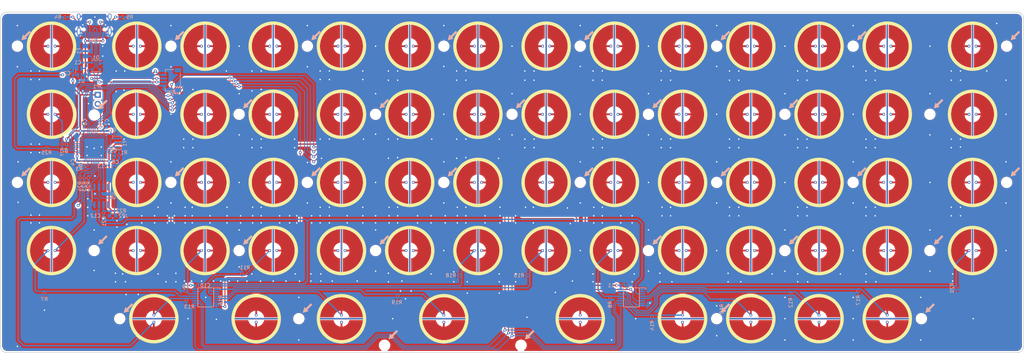
<source format=kicad_pcb>
(kicad_pcb (version 20211014) (generator pcbnew)

  (general
    (thickness 1.59)
  )

  (paper "A3")
  (layers
    (0 "F.Cu" signal)
    (1 "In1.Cu" signal)
    (2 "In2.Cu" signal)
    (31 "B.Cu" signal)
    (32 "B.Adhes" user "B.Adhesive")
    (33 "F.Adhes" user "F.Adhesive")
    (34 "B.Paste" user)
    (35 "F.Paste" user)
    (36 "B.SilkS" user "B.Silkscreen")
    (37 "F.SilkS" user "F.Silkscreen")
    (38 "B.Mask" user)
    (39 "F.Mask" user)
    (40 "Dwgs.User" user "User.Drawings")
    (41 "Cmts.User" user "User.Comments")
    (42 "Eco1.User" user "User.Eco1")
    (43 "Eco2.User" user "User.Eco2")
    (44 "Edge.Cuts" user)
    (45 "Margin" user)
    (46 "B.CrtYd" user "B.Courtyard")
    (47 "F.CrtYd" user "F.Courtyard")
    (48 "B.Fab" user)
    (49 "F.Fab" user)
    (50 "User.1" user)
    (51 "User.2" user)
    (52 "User.3" user)
    (53 "User.4" user)
    (54 "User.5" user)
    (55 "User.6" user)
    (56 "User.7" user)
    (57 "User.8" user)
    (58 "User.9" user)
  )

  (setup
    (stackup
      (layer "F.SilkS" (type "Top Silk Screen"))
      (layer "F.Paste" (type "Top Solder Paste"))
      (layer "F.Mask" (type "Top Solder Mask") (thickness 0.01))
      (layer "F.Cu" (type "copper") (thickness 0.035))
      (layer "dielectric 1" (type "prepreg") (thickness 0.2) (material "7628") (epsilon_r 4.6) (loss_tangent 0))
      (layer "In1.Cu" (type "copper") (thickness 0.0175))
      (layer "dielectric 2" (type "core") (thickness 1.065) (material "FR4") (epsilon_r 4.5) (loss_tangent 0.02))
      (layer "In2.Cu" (type "copper") (thickness 0.0175))
      (layer "dielectric 3" (type "prepreg") (thickness 0.2) (material "7628") (epsilon_r 4.6) (loss_tangent 0))
      (layer "B.Cu" (type "copper") (thickness 0.035))
      (layer "B.Mask" (type "Bottom Solder Mask") (thickness 0.01))
      (layer "B.Paste" (type "Bottom Solder Paste"))
      (layer "B.SilkS" (type "Bottom Silk Screen"))
      (copper_finish "HAL lead-free")
      (dielectric_constraints no)
    )
    (pad_to_mask_clearance 0)
    (pcbplotparams
      (layerselection 0x00010fc_ffffffff)
      (disableapertmacros false)
      (usegerberextensions false)
      (usegerberattributes true)
      (usegerberadvancedattributes true)
      (creategerberjobfile true)
      (svguseinch false)
      (svgprecision 6)
      (excludeedgelayer true)
      (plotframeref false)
      (viasonmask false)
      (mode 1)
      (useauxorigin false)
      (hpglpennumber 1)
      (hpglpenspeed 20)
      (hpglpendiameter 15.000000)
      (dxfpolygonmode true)
      (dxfimperialunits true)
      (dxfusepcbnewfont true)
      (psnegative false)
      (psa4output false)
      (plotreference true)
      (plotvalue true)
      (plotinvisibletext false)
      (sketchpadsonfab false)
      (subtractmaskfromsilk true)
      (outputformat 1)
      (mirror false)
      (drillshape 0)
      (scaleselection 1)
      (outputdirectory "C:/Users/Jayden/Desktop/Git/PCB/denna/Production/")
    )
  )

  (net 0 "")
  (net 1 "+5V")
  (net 2 "GND")
  (net 3 "VBAT")
  (net 4 "Net-(C5-Pad1)")
  (net 5 "APLEX_OUT_PIN_0")
  (net 6 "D+")
  (net 7 "VBUS")
  (net 8 "D-")
  (net 9 "ADC")
  (net 10 "Net-(JP2-Pad2)")
  (net 11 "NRST")
  (net 12 "Boot1")
  (net 13 "Net-(R4-Pad1)")
  (net 14 "Net-(R5-Pad1)")
  (net 15 "Net-(R6-Pad1)")
  (net 16 "COL0")
  (net 17 "COL8")
  (net 18 "COL2")
  (net 19 "COL10")
  (net 20 "COL3")
  (net 21 "COL11")
  (net 22 "COL1")
  (net 23 "COL9")
  (net 24 "COL7")
  (net 25 "COL4")
  (net 26 "COL12")
  (net 27 "COL6")
  (net 28 "COL5")
  (net 29 "COL13")
  (net 30 "ROW2")
  (net 31 "ROW4")
  (net 32 "ROW0")
  (net 33 "ROW3")
  (net 34 "ROW1")
  (net 35 "unconnected-(U2-Pad2)")
  (net 36 "unconnected-(U2-Pad3)")
  (net 37 "unconnected-(U2-Pad4)")
  (net 38 "XTAL0")
  (net 39 "XTAL1")
  (net 40 "unconnected-(U2-Pad10)")
  (net 41 "unconnected-(U2-Pad11)")
  (net 42 "unconnected-(U2-Pad12)")
  (net 43 "unconnected-(U2-Pad14)")
  (net 44 "unconnected-(U2-Pad15)")
  (net 45 "unconnected-(U2-Pad21)")
  (net 46 "unconnected-(U2-Pad25)")
  (net 47 "unconnected-(U2-Pad26)")
  (net 48 "unconnected-(U2-Pad27)")
  (net 49 "unconnected-(U2-Pad30)")
  (net 50 "SWDIO")
  (net 51 "SWCLK")
  (net 52 "unconnected-(U2-Pad38)")
  (net 53 "APLEX_EN_PIN_1")
  (net 54 "AMUX_SEL_2")
  (net 55 "AMUX_SEL_1")
  (net 56 "AMUX_SEL_0")
  (net 57 "APLEX_EN_PIN_0")
  (net 58 "BOOT0")
  (net 59 "unconnected-(U2-Pad45)")
  (net 60 "unconnected-(U2-Pad46)")
  (net 61 "unconnected-(USB1-Pad9)")
  (net 62 "unconnected-(USB1-Pad3)")
  (net 63 "Net-(R23-Pad2)")
  (net 64 "Net-(R24-Pad2)")
  (net 65 "Net-(R25-Pad2)")
  (net 66 "Net-(R26-Pad1)")
  (net 67 "Net-(R27-Pad1)")

  (footprint "cipulot_parts:ecs_pad_no_ring" (layer "F.Cu") (at 190.5 47.625))

  (footprint "cipulot_parts:ecs_pad_no_ring" (layer "F.Cu") (at 247.65 104.775 -90))

  (footprint "cipulot_parts:ecs_pad_no_ring" (layer "F.Cu") (at 171.45 47.625))

  (footprint "cipulot_parts:ecs_pad_no_ring" (layer "F.Cu") (at 209.55 104.775 -90))

  (footprint "cipulot_parts:ecs_pad_no_ring" (layer "F.Cu") (at 190.5 28.575))

  (footprint "cipulot_parts:ecs_pad_no_ring" (layer "F.Cu") (at 290.5125 28.575))

  (footprint "cipulot_parts:ecs_pad_no_ring" (layer "F.Cu") (at 114.3 47.625))

  (footprint "cipulot_parts:HOLE_M2" (layer "F.Cu") (at 142.87536 28.575072))

  (footprint "cipulot_parts:ecs_pad_no_ring" (layer "F.Cu") (at 228.6 66.675))

  (footprint "cipulot_parts:HOLE_M2" (layer "F.Cu") (at 200.025504 47.62512))

  (footprint "cipulot_parts:HOLE_M2" (layer "F.Cu") (at 238.1256 47.62512))

  (footprint "cipulot_parts:ecs_pad_no_ring" (layer "F.Cu") (at 33.3375 66.675))

  (footprint "cipulot_parts:ecs_pad_no_ring" (layer "F.Cu")
    (tedit 62421F5E) (tstamp 2b886276-dd55-4b24-9805-ffa937415d2c)
    (at 76.2 47.625)
    (descr " StepUp generated footprint")
    (property "Sheetfile" "matrix.kicad_sch")
    (property "Sheetname" "matrix")
    (path "/e0644a1b-1dda-490a-a0b5-b1a86330fc53/2487a3fd-873e-4ba2-92ca-a7a95c48af41")
    (attr smd)
    (fp_text reference "SW11" (at -6 -8) (layer "Dwgs.User")
      (effects (font (size 0.8 0.8) (thickness 0.12)))
      (tstamp c2037d43-7f25-42d0-b395-5b43175f9944)
    )
    (fp_text value "W" (at -4.9 -5.6) (layer "F.SilkS") hide
      (effects (font (size 0.8 0.8) (thickness 0.12)))
      (tstamp cf3a14b3-a3f8-4538-a7f3-850ef7d491e7)
    )
    (fp_text user "${REFERENCE}" (at 0 -2.5) (layer "F.Fab")
      (effects (font (size 0.8 0.8) (thickness 0.12)))
      (tstamp 43ab088d-55f8-46b8-986c-bb03b3caee8e)
    )
    (fp_circle (center 0 0) (end 6.467 0) (layer "F.SilkS") (width 0.9) (fill none) (tstamp ba02f3db-57f7-4799-9ce3-03986dd885d6))
    (fp_line (start -9.25 1.3) (end -9.250371 6.049348) (layer "Dwgs.User") (width 0.1) (tstamp 30e6da1a-ec42-41f7-ae0a-ea640aeea44d))
    (fp_line (start -9.251813 -6.05039) (end -9.25 -1.3) (layer "Dwgs.User") (width 0.1) (tstamp 3292aeac-3252-4f8c-bd26-e21f54d3d5b1))
    (fp_line (start -5.97 7) (end -7.3 5.67) (layer "Dwgs.User") (width 0.1) (tstamp 6c3934dd-f810-43cc-8ae1-96240df64d43))
    (fp_line (start 9.251813 -6.05039) (end 9.25 -1.3) (layer "Dwgs.User") (width 0.1) (tstamp 6f2d24f7-ad92-48c4-acf3-fa47d8165bf8))
    (fp_line (start -7.3 5.67) (end -7.3 -5.67) (layer "Dwgs.User") (width 0.1) (tstamp 71517e18-659e-4b8b-96d1-04596acf7ee1))
    (fp_line (start 7.3 5.67) (end 5.97 7) (layer "Dwgs.User") (width 0.1) (tstamp 7ad70d78-f911-4e78-bfa3-eb4384fdc5b5))
    (fp_line (start -7.3 5.67) (end -5.97 7) (layer "Dwgs.User") (width 0.1) (tstamp 7f6fba64-d703-43eb-b7f6-258edb7c6c13))
    (fp_line (start 7.3 -5.67) (end 7.3 5.67) (layer "Dwgs.User") (width 0.1) (tstamp 8fca82dc-76fc-4c97-bdbc-ecc655347bdd))
    (fp_line (start -7.3 -5.67) (end -5.97 -7) (layer "Dwgs.User") (width 0.1) (tstamp 933bdaf9-bdfa-49e6-9976-af82252c335b))
    (fp_line (start 5.97 7) (end -5.97 7) (layer "Dwgs.User") (width 0.1) (tstamp 985bbd29-6d41-4ae3-9f3e-e089452a70cf))
    (fp_line (start 5.97 -7) (end 7.3 -5.67) (layer "Dwgs.User") (width 0.1) (tstamp cd2bb6f9-575e-4667-9ed7-a872f550651d))
    (fp_line (start -5.97 -7) (end 5.97 -7) (layer "Dwgs.User") (width 0.1) (tstamp e9c78314-8654-4ecf-a53f-5325fdab5e45))
    (fp_line (start 9.25 1.3) (end 9.250651 6.049404) (layer "Dwgs.User") (width 0.1) (tstamp fce99f12-458b-4b11-8764-608b1da370db))
    (fp_arc (start 9.25 1.3) (mid 7.95 0) (end 9.25 -1.3) (layer "Dwgs.User") (width 0.1) (tstamp 3d91e159-b28f-4016-b781-d485dbd0a7a5))
    (fp_arc (start -9.25 -1.3) (mid -7.95 0) (end -9.25 1.3) (layer "Dwgs.User") (width 0.1) (tstamp 9fb77340-8959-4e08-80d3-d396d0f40578))
    (fp_curve (pts (xy 6.25 9.05) (xy 6.878319 9.05) (xy 7.503978 8.844442) (xy 8.012619 8.475744)) (layer "Dwgs.User") (width 0.1) (tstamp 03c52c21-9f81-4a19-9890-eb9cfb396402))
    (fp_curve (pts (xy -6.71966 9.014527) (xy -6.564391 9.038847) (xy -6.406847 9.050256) (xy -6.249803 9.05032)) (layer "Dwgs.User") (width 0.1) (tstamp 064b9ab8-0beb-4dbf-ade3-e5bc4486b94b))
    (fp_curve (pts (xy 6.249691 -9.051713) (xy 2.116313 -9.04649) (xy -2.116313 -9.04649) (xy -6.249691 -9.051713)) (layer "Dwgs.User") (width 0.1) (tstamp 0a7ad466-7b8b-4d6b-93ef-3281d9e54a91))
    (fp_curve (pts (xy 9.251813 -6.05039) (xy 9.253678 -6.835978) (xy 8.92615 -7.61768) (xy 8.371514 -8.171861)) (layer "Dwgs.User") (width 0.1) (tstamp 29e940a4-5585-4ada-9128-8f5117fdfd22))
    (fp_curve (pts (xy 8.676354 7.811921) (xy 9.045049 7.303239) (xy 9.250869 6.67773) (xy 9.250651 6.049404)) (layer "Dwgs.User") (width 0.1) (tstamp 49cb8972-6f22-4d13-a568-a1f0fbf7c0c8))
    (fp_curve (pts (xy 8.012619 8.475744) (xy 8.26694 8.291395) (xy 8.492006 8.066262) (xy 8.676354 7.811921)) (layer "Dwgs.User") (width 0.1) (tstamp 53279ea3-2f0b-40ec-b25e-0a09cafac841))
    (fp_curve (pts (xy -9.250371 6.049348) (xy -9.250422 6.677362) (xy -9.046276 7.30655) (xy -8.677042 7.814101)) (layer "Dwgs.User") (width 0.1) (tstamp 5446b27e-a028-47da-9660-5b63165e967a))
    (fp_curve (pts (xy 8.371514 -8.171861) (xy 7.816878 -8.726043) (xy 7.035135 -9.052706) (xy 6.249691 -9.051713)) (layer "Dwgs.User") (width 0.1) (tstamp 74bfcd55-5e85-4660-be65-06062a0c760e))
    (fp_curve (pts (xy -8.677042 7.814101) (xy -8.215499 8.448541) (xy -7.496006 8.892925) (xy -6.71966 9.014527)) (layer "Dwgs.User") (width 0.1) (tstamp 80fff2e6-73a5-4e2a-9349-b3401445275e))
    (fp_curve (pts (xy -8.371514 -8.171861) (xy -8.92615 -7.61768) (xy -9.253678 -6.835978) (xy -9.251813 -6.05039)) (layer "Dwgs.User") (width 0.1) (tstamp 850aa5f6-5bb1-4c2a-99c5-f3161b79c2ed))
    (fp_curve (pts (xy -6.249803 9.05032) (xy -2.117596 9.052005) (xy 2.116864 9.05) (xy 6.25 9.05)) (layer "Dwgs.User") (width 0.1) (tstamp a57a044f-1e0a-4f57-b98f-7a871f824575))
    (fp_curve (pts (xy -6.249691 -9.051713) (xy -7.035135 -9.052706) (xy -7.816878 -8.726043) (xy -8.371514 -8.171861)) (layer "Dwgs.User") (width 0.1) (tstamp c1cde119-1828-42e3-ba3f-bb14b24a1fe9))
    (pad "1" smd custom (at -1 0) (size 0.4 0.4) (layers "F.Cu")
      (net 18 "COL2") (pinfunction "1") (pintype "passive") (zone_connect 0)
      (options (clearance outline) (anchor circle))
      (primitives
        (gr_poly (pts
            (xy 0.6 -2.214159)
            (xy 0.320477 -2.144936)
            (xy 0.052085 -2.040578)
            (xy -0.20078 -1.902795)
            (xy -0.433976 -1.733843)
            (xy -0.643683 -1.536492)
            (xy -0.826466 -1.313972)
            (xy -0.979332 -1.069928)
            (xy -1.099775 -0.80836)
            (xy -1.185824 -0.53355)
            (xy -1.236068 -0.25)
            (xy 0 -0.25)
            (xy 0.095671 -0.23097)
            (xy 0.176777 -0.176777)
            (xy 0.23097 -0.095671)
            (xy 0.25 0)
            (xy 0.23097 0.095671)
            (xy 0.176777 0.176777)
            (xy 0.095671 0.23097)
            (xy 0 0.25)
            (xy -1.236068 0.25)
            (xy -1.185824 0.53355)
            (xy -1.099775 0.80836)
            (xy -0.979332 1.069928)
            (xy -0.826466 1.313972)
            (xy -0.643683 1.536492)
            (xy -0.433976 1.733843)
            (xy -0.20078 1.902795)
            (xy 0.052085 2.040578)
            (xy 0.320477 2.144936)
            (xy 0.6 2.214159)
            (xy 0.6 5.986652)
            (xy 0.115133 5.934392)
            (xy -0.363889 5.842928)
            (xy -0.8339 5.712864)
            (xy -1.291796 5.545058)
            (xy -1.734552 5.34062)
            (xy -2.159242 5.100901)
            (xy -2.563061 4.827483)
            (xy -2.943342 4.522174)
            (xy -3.297572 4.186989)
            (xy -3.62341 3.824144)
            (xy -3.918705 3.436035)
            (xy -4.181506 3.025227)
            (xy -4.410075 2.594434)
            (xy -4.602904 2.1465)
            (xy -4.758719 1.684386)
            (xy -4.876489 1.211145)
            (xy -4.955438 0.729902)
            (xy -4.995043 0.243838)
            (xy -4.995043 -0.243838)
            (xy -4.955438 -0.729902)
            (xy -4.876489 -1.211145)
            (xy -4.758719 -1.684386)
            (xy -4.602904 -2.1465)
            (xy -4.410075 -2.594434)
            (xy -4.181506 -3.025227)
            (xy -3.918705 -3.436035)
            (xy -3.62341 -3.824144)
            (xy -3.297572 -4.186989)
            (xy -2.943342 -4.522174)
            (xy -2.563061 -4.827483)
            (xy -2.159242 -5.100901)
            (xy -1.734552 -5.34062)
            (xy -1.291796 -5.545058)
            (xy -0.8339 -5.712864)
            (xy -0.363889 -5.842928)
            (xy 0.115133 -5.934392)
            (xy 0.6 -5.986652)
          ) (width 0) (fill yes))
      ) (tstamp 712360a5-aaf8-4267-800c-0958b8a0ea4d))
    (pad "2" smd custom (at 1 0 180) (size 0.4 0.4) (layers "F.Cu")
      (net 34 "ROW1") (pinfunction "2") (pintype "passive") (zone_connect 0)
      (options (clearance outline) (anchor circle))
      (primitives
        (gr_poly (pts
            (xy 0.6 -2.214159)
            (xy 0.320477 -2.144936)
            (xy 0.052085 -2.040578)
            (xy -0.20078 -1.902795)
            (xy -0.433976 -1.733843)
            (xy -0.643683 -1.536492)
            (xy -0.826466 -1.313972)
            (xy -0.979332 -1.069928)
            (xy -1.099775 -0.80836)
            (xy -1.185824 -0.53355)
            (xy -1.236068 -0.25)
            (xy 0 -0.25)
            (xy 0.095671 -0.23097)
            (xy 0.176777 -0.176777)
            (xy 0.23097 -0.095671)
            (xy 0.25 0)
            (xy 0.23097 0.095671)
            (xy 0.176777 0.176777)
            (xy 0.095671 0.23097)
            (xy 0 0.25)
            (xy -1.236068 0.25)
            (xy -1.185824 0.53355)
            (xy -1.099775 0.80836)
            (xy -0.979332 1.069928)
            (xy -0.826466 1.313972)
            (xy -0.643683 1.536492)
            (xy -0.433976 1.733843)
            (xy -0.20078 1.902795)
            (xy 0.052085 2.040578)
            (xy 0.320477 2.144936)
            (xy 0.6 2.214159)
            (xy 0.6 5.986652)
            (xy 0.115133 5.934392)
            (xy -0.363889 5.842928)
            (xy -0.8339 5.712864)
            (xy -1.291796 5.545058)
            (xy -1.734552 5.34062)
            (xy -2.159242 5.100901)
            (xy -2.563061 4.827483)
            (xy -2.943342 4.522174)
            (xy -3.297572 4.186989)
            (xy -3.62341 3.824144)
            (xy -3.918705 3.436035)
            (xy -4.181506 3.025227)
            (xy -4.410075 2.594434)
            (xy -4.602904 2.1465)
            (xy -4.758719 1.684386)
            (xy -4.876489 1.211145)
            (xy -4.955438 0.729902)
            (xy -4.995043 0.243838)
            (xy -4.995043 -0.243838)
            (xy -4.955438 -0.729902)
            (xy -4.876489 -1.211145)
            (xy -4.758719 -1.684386)
            (xy -4.602904 -2.1465)
            (xy -4.410075 -2.594434)
            (xy -4.181506 -3.025227)
            (xy -3.918705 -3.436035)
            (xy -3.62341 -3.824144)
            (xy -3.297572 -4.186989)
            (xy -2.943342 -4.522174)
            (xy -2.563061 -4.827483)
            (xy -2.159242 -5.100901)
            (xy -1.734552 -5.34062)
            (xy -1.291796 -5.545058)
            (xy -0.8339 -5.712864)
            (xy -0.363889 -5.842928)
            (xy 0.115133 -5.934392)
            (xy 0.6 -5.986652)
          ) (width 0) (fill yes))
      ) (tstamp fcd0e196-8d7e-4c4c-a99c-c0d8a5f57856))
    (pad "3" smd custom (at 0 0) (size 0.4 0.4) (layers "F.Cu")
      (net 2 "GND") (pinfunction "SG") (pintype "input") (zone_connect 2)
      (options (clearance convexhull) (anchor rect))
      (primitives
        (gr_line (start 0 -7) (end 0 7) (width 0.4))
      ) (tstamp 1437ba0b-0053-41eb-bc61-cbccf6279fc9))
    (pad "3" smd custom (at 0 0) (size 0.4 0.4) (layers "B.Cu")
      (net 2 "GND") (pinfunction "SG") (pintype "input") (zone_connect 2)
      (options (clearance convexhull) (anchor rect))
      (primitives
        (gr_line (start 0 -6.5) (end 0 6.5) (width 0.4))
      ) (tstamp c8928d2d-8cea-43ac-afea-ea4baec6d359))
    (zone (net 0) (net_name "") (layer "F.Cu") (tstamp e2e6cccb-54a1-4e96-9738-4d65179c25dd) (hatch edge 0.508)
      (connect_pads (clearance 0))
      (min_thickness 0.254)
      (keepout (tracks allowed) (vias allowed) (pads allowed ) (copperpour not_allowed) (footprints allowed))
      (fill (thermal_gap 0.508) (thermal_bridge_width 0.508))
      (polygon
        (pts
          (xy 83.204905 47.625)
          (xy 83.186093 47.111973)
          (xy 83.129759 46.601702)
          (xy 83.036204 46.096927)
          (xy 82.905932 45.60036)
          (xy 82.739642 45.114667)
          (xy 82.538228 44.642457)
          (xy 82.30277 44.186266)
          (xy 82.034534 43.748545)
          (xy 81.734961 43.331644)
          (xy 81.405659 42.937804)
          (xy 81.048397 42.569138)
          (xy 80.665094 42.227628)
          (xy 80.25781 41.915107)
          (xy 79.82873 41.633255)
          (xy 79.38016 41.383584)
          (xy 78.91451 41.167436)
          (xy 78.43428 40.985972)
          (xy 77.942049 40.840167)
          (xy 77.440462 40.730803)
          (xy 76.932212 40.658469)
          (xy 76.420029 40.623551)
          (xy 75.906665 40.626239)
          (xy 75.394876 40.666518)
          (xy 74.887412 40.744171)
          (xy 74.386997 40.858781)
          (xy 73.89632 41.009733)
          (xy 73.418017 41.196216)
          (xy 72.954655 41.417228)
          (xy 72.508725 41.671582)
          (xy 72.08262 41.957913)
          (xy 71.67863 42.274681)
          (xy 71.298925 42.620187)
          (xy 70.945543 42.992573)
          (xy 70.620384 43.389841)
          (xy 70.325192 43.809855)
          (xy 70.061555 44.250361)
          (xy 69.830887 44.708993)
          (xy 69.634429 45.183286)
          (xy 69.473234 45.670694)
          (xy 69.348169 46.168598)
          (xy 69.259905 46.674325)
          (xy 69.208918 47.185158)
          (xy 69.195479 47.698354)
          (xy 69.219662 48.211155)
          (xy 69.281337 48.720809)
          (xy 69.380172 49.224576)
          (xy 69.515637 49.719752)
          (xy 69.687004 50.203678)
          (xy 69.893353 50.673753)
          (xy 70.133574 51.127452)
          (xy 70.406379 51.562341)
          (xy 70.710302 51.976081)
          (xy 71.04371 52.366452)
          (xy 71.404813 52.731356)
          (xy 71.79167 53.068834)
          (xy 72.202206 53.377072)
          (xy 72.634213 53.654416)
          (xy 73.085373 53.899376)
          (xy 73.553261 54.110635)
          (xy 74.035365 54.287061)
          (xy 74.529096 54.427703)
          (xy 75.031801 54.531809)
          (xy 75.54078 54.598817)
          (xy 76.0533 54.628369)
          (xy 76.566608 54.620305)
          (xy 77.077947 54.574669)
          (xy 77.584571 54.491706)
          (xy 78.083758 54.371862)
          (xy 78.572827 54.21578)
          (xy 79.049152 54.024299)
          (xy 79.510173 53.798447)
          (xy 79.953416 53.539437)
          (xy 80.376499 53.24866)
          (xy 80.777149 52.927678)
          (xy 81.153216 52.578216)
          (xy 81.502678 52.202149)
          (xy 81.82366 51.801499)
          (xy 82.114437 51.378416)
          (xy 82.373447 50.935173)
          (xy 82.599299 50.474152)
          (xy 82.79078 49.997827)
          (xy 82.946862 49.508758)
          (xy 83.066706 49.009571)
          (xy 83.149669 48.502947)
          (xy 83.195305 47.991608)
        )
      )
    )
    (zone (net 0) (net_name "") (layer "B.Cu") (tstamp 6f33e751-5043-4b65-8e41-ecfd62467ed0) (hatch edge 0.508)
      (connect_pads (clearance 0))
      (min_thickness 0.254)
      (keepout (tracks allowed) (vias allowed) (pads allowed ) (copperpour not_allowed) (footprints allowed))
      (fill (thermal_gap 0.508) (thermal_bridge_width 0.508))
      (polygon
        (pts
          (xy 82.758256 47.625)
          (xy 82.738039 47.110445)
          (xy 82.677513 46.599063)
          (xy 82.577051 46.094006)
          (xy 82.437272 45.598387)
          (xy 82.259038 45.115264)
          (xy 82.043449 44.647614)
          (xy 81.791832 44.198321)
          (xy 81.505741 43.770154)
          (xy 81.186937 43.365753)
          (xy 80.837387 42.987613)
          (xy 80.459247 42.638063)
          (xy 80.054846 42.319259)
          (xy 79.626679 42.033168)
          (xy 79.177386 41.781551)
          (xy 78.709736 41.565962)
          (xy 78.226613 41.387728)
          (xy 77.730994 41.247949)
          (xy 77.225937 41.147487)
          (xy 76.714555 41.086961)
          (xy 76.2 41.066744)
          (xy 75.685445 41.086961)
          (xy 75.174063 41.147487)
          (xy 74.669006 41.247949)
          (xy 74.173387 41.387728)
          (xy 73.690264 41.565962)
          (xy 73.222614 41.781551)
          (xy 72.773321 42.033168)
          (xy 72.345154 42.319259)
          (xy 71.940753 42.638063)
          (xy 71.562613 42.987613)
          (xy 71.213063 43.365753)
          (xy 70.894259 43.770154)
          (xy 70.608168 44.198321)
          (xy 70.356551 44.647614)
          (xy 70.140962 45.115264)
          (xy 69.962728 45.598387)
          (xy 69.822949 46.094006)
          (xy 69.722487 46.599063)
          (xy 69.661961 47.110445)
          (xy 69.641744 47.625)
          (xy 69.661961 48.139555)
          (xy 69
... [3082602 chars truncated]
</source>
